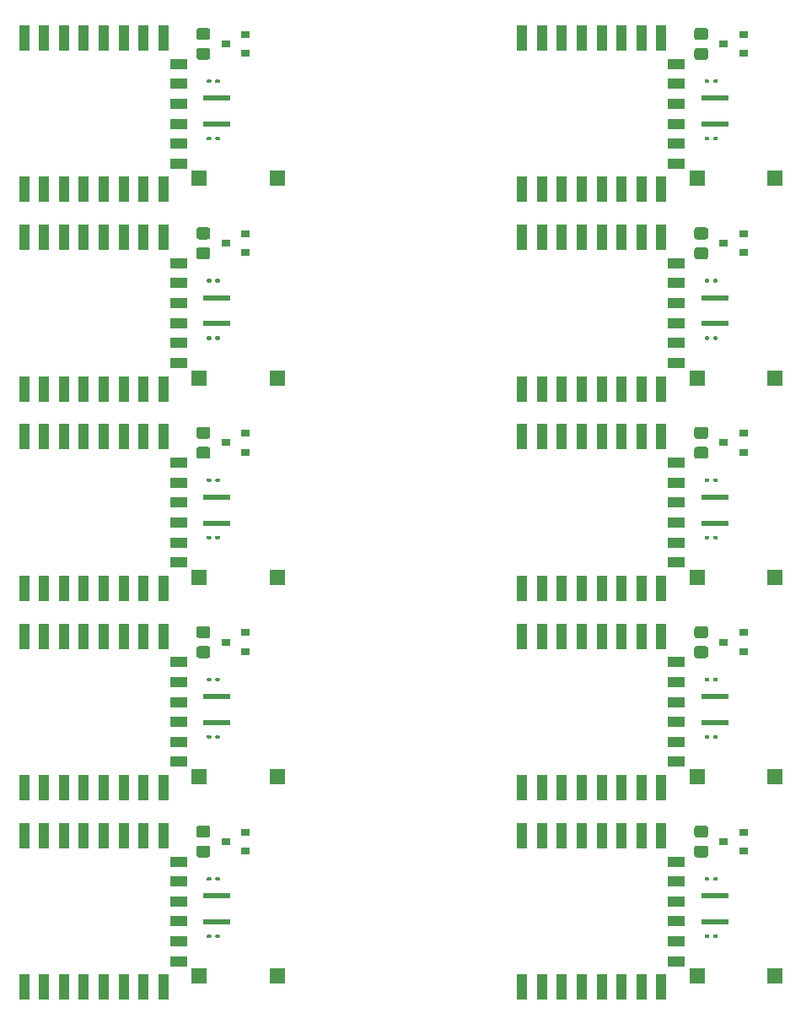
<source format=gbr>
%TF.GenerationSoftware,KiCad,Pcbnew,(5.1.9)-1*%
%TF.CreationDate,2021-09-18T19:38:26+02:00*%
%TF.ProjectId,IM350_AM550_5V_V4.0_multi,494d3335-305f-4414-9d35-35305f35565f,rev?*%
%TF.SameCoordinates,Original*%
%TF.FileFunction,Paste,Top*%
%TF.FilePolarity,Positive*%
%FSLAX46Y46*%
G04 Gerber Fmt 4.6, Leading zero omitted, Abs format (unit mm)*
G04 Created by KiCad (PCBNEW (5.1.9)-1) date 2021-09-18 19:38:26*
%MOMM*%
%LPD*%
G01*
G04 APERTURE LIST*
%ADD10R,0.900000X0.800000*%
%ADD11R,1.500000X1.500000*%
%ADD12R,1.000000X2.500000*%
%ADD13R,1.800000X1.000000*%
%ADD14R,2.800000X0.600000*%
G04 APERTURE END LIST*
D10*
%TO.C,Q1*%
X163000000Y-123250000D03*
X165000000Y-122300000D03*
X165000000Y-124200000D03*
%TD*%
%TO.C,R4*%
G36*
G01*
X111200001Y-124850000D02*
X110299999Y-124850000D01*
G75*
G02*
X110050000Y-124600001I0J249999D01*
G01*
X110050000Y-123899999D01*
G75*
G02*
X110299999Y-123650000I249999J0D01*
G01*
X111200001Y-123650000D01*
G75*
G02*
X111450000Y-123899999I0J-249999D01*
G01*
X111450000Y-124600001D01*
G75*
G02*
X111200001Y-124850000I-249999J0D01*
G01*
G37*
G36*
G01*
X111200001Y-122850000D02*
X110299999Y-122850000D01*
G75*
G02*
X110050000Y-122600001I0J249999D01*
G01*
X110050000Y-121899999D01*
G75*
G02*
X110299999Y-121650000I249999J0D01*
G01*
X111200001Y-121650000D01*
G75*
G02*
X111450000Y-121899999I0J-249999D01*
G01*
X111450000Y-122600001D01*
G75*
G02*
X111200001Y-122850000I-249999J0D01*
G01*
G37*
%TD*%
D11*
%TO.C,SW1*%
X118150000Y-136750000D03*
X110350000Y-136750000D03*
%TD*%
D12*
%TO.C,U2*%
X142750000Y-122650000D03*
X144750000Y-122650000D03*
X146750000Y-122650000D03*
X148750000Y-122650000D03*
X150750000Y-122650000D03*
X152750000Y-122650000D03*
X154750000Y-122650000D03*
X156750000Y-122650000D03*
D13*
X158250000Y-125250000D03*
X158250000Y-127250000D03*
X158250000Y-129250000D03*
X158250000Y-131250000D03*
X158250000Y-133250000D03*
X158250000Y-135250000D03*
D12*
X156750000Y-137850000D03*
X154750000Y-137850000D03*
X152750000Y-137850000D03*
X150750000Y-137850000D03*
X148750000Y-137850000D03*
X146750000Y-137850000D03*
X144750000Y-137850000D03*
X142750000Y-137850000D03*
%TD*%
D11*
%TO.C,SW1*%
X160350000Y-136750000D03*
X168150000Y-136750000D03*
%TD*%
%TO.C,P4*%
G36*
G01*
X161088500Y-132840000D02*
X161088500Y-132660000D01*
G75*
G02*
X161178500Y-132570000I90000J0D01*
G01*
X161456500Y-132570000D01*
G75*
G02*
X161546500Y-132660000I0J-90000D01*
G01*
X161546500Y-132840000D01*
G75*
G02*
X161456500Y-132930000I-90000J0D01*
G01*
X161178500Y-132930000D01*
G75*
G02*
X161088500Y-132840000I0J90000D01*
G01*
G37*
G36*
G01*
X161953500Y-132840000D02*
X161953500Y-132660000D01*
G75*
G02*
X162043500Y-132570000I90000J0D01*
G01*
X162321500Y-132570000D01*
G75*
G02*
X162411500Y-132660000I0J-90000D01*
G01*
X162411500Y-132840000D01*
G75*
G02*
X162321500Y-132930000I-90000J0D01*
G01*
X162043500Y-132930000D01*
G75*
G02*
X161953500Y-132840000I0J90000D01*
G01*
G37*
%TD*%
%TO.C,R4*%
G36*
G01*
X161200001Y-122850000D02*
X160299999Y-122850000D01*
G75*
G02*
X160050000Y-122600001I0J249999D01*
G01*
X160050000Y-121899999D01*
G75*
G02*
X160299999Y-121650000I249999J0D01*
G01*
X161200001Y-121650000D01*
G75*
G02*
X161450000Y-121899999I0J-249999D01*
G01*
X161450000Y-122600001D01*
G75*
G02*
X161200001Y-122850000I-249999J0D01*
G01*
G37*
G36*
G01*
X161200001Y-124850000D02*
X160299999Y-124850000D01*
G75*
G02*
X160050000Y-124600001I0J249999D01*
G01*
X160050000Y-123899999D01*
G75*
G02*
X160299999Y-123650000I249999J0D01*
G01*
X161200001Y-123650000D01*
G75*
G02*
X161450000Y-123899999I0J-249999D01*
G01*
X161450000Y-124600001D01*
G75*
G02*
X161200001Y-124850000I-249999J0D01*
G01*
G37*
%TD*%
D10*
%TO.C,Q1*%
X115000000Y-124200000D03*
X115000000Y-122300000D03*
X113000000Y-123250000D03*
%TD*%
D12*
%TO.C,U2*%
X92750000Y-137850000D03*
X94750000Y-137850000D03*
X96750000Y-137850000D03*
X98750000Y-137850000D03*
X100750000Y-137850000D03*
X102750000Y-137850000D03*
X104750000Y-137850000D03*
X106750000Y-137850000D03*
D13*
X108250000Y-135250000D03*
X108250000Y-133250000D03*
X108250000Y-131250000D03*
X108250000Y-129250000D03*
X108250000Y-127250000D03*
X108250000Y-125250000D03*
D12*
X106750000Y-122650000D03*
X104750000Y-122650000D03*
X102750000Y-122650000D03*
X100750000Y-122650000D03*
X98750000Y-122650000D03*
X96750000Y-122650000D03*
X94750000Y-122650000D03*
X92750000Y-122650000D03*
%TD*%
D14*
%TO.C,J1*%
X112100000Y-128700000D03*
X112100000Y-131300000D03*
%TD*%
%TO.C,P4*%
G36*
G01*
X111953500Y-132840000D02*
X111953500Y-132660000D01*
G75*
G02*
X112043500Y-132570000I90000J0D01*
G01*
X112321500Y-132570000D01*
G75*
G02*
X112411500Y-132660000I0J-90000D01*
G01*
X112411500Y-132840000D01*
G75*
G02*
X112321500Y-132930000I-90000J0D01*
G01*
X112043500Y-132930000D01*
G75*
G02*
X111953500Y-132840000I0J90000D01*
G01*
G37*
G36*
G01*
X111088500Y-132840000D02*
X111088500Y-132660000D01*
G75*
G02*
X111178500Y-132570000I90000J0D01*
G01*
X111456500Y-132570000D01*
G75*
G02*
X111546500Y-132660000I0J-90000D01*
G01*
X111546500Y-132840000D01*
G75*
G02*
X111456500Y-132930000I-90000J0D01*
G01*
X111178500Y-132930000D01*
G75*
G02*
X111088500Y-132840000I0J90000D01*
G01*
G37*
%TD*%
%TO.C,J1*%
X162100000Y-131300000D03*
X162100000Y-128700000D03*
%TD*%
%TO.C,P3*%
G36*
G01*
X161953500Y-127090000D02*
X161953500Y-126910000D01*
G75*
G02*
X162043500Y-126820000I90000J0D01*
G01*
X162321500Y-126820000D01*
G75*
G02*
X162411500Y-126910000I0J-90000D01*
G01*
X162411500Y-127090000D01*
G75*
G02*
X162321500Y-127180000I-90000J0D01*
G01*
X162043500Y-127180000D01*
G75*
G02*
X161953500Y-127090000I0J90000D01*
G01*
G37*
G36*
G01*
X161088500Y-127090000D02*
X161088500Y-126910000D01*
G75*
G02*
X161178500Y-126820000I90000J0D01*
G01*
X161456500Y-126820000D01*
G75*
G02*
X161546500Y-126910000I0J-90000D01*
G01*
X161546500Y-127090000D01*
G75*
G02*
X161456500Y-127180000I-90000J0D01*
G01*
X161178500Y-127180000D01*
G75*
G02*
X161088500Y-127090000I0J90000D01*
G01*
G37*
%TD*%
%TO.C,P3*%
G36*
G01*
X111088500Y-127090000D02*
X111088500Y-126910000D01*
G75*
G02*
X111178500Y-126820000I90000J0D01*
G01*
X111456500Y-126820000D01*
G75*
G02*
X111546500Y-126910000I0J-90000D01*
G01*
X111546500Y-127090000D01*
G75*
G02*
X111456500Y-127180000I-90000J0D01*
G01*
X111178500Y-127180000D01*
G75*
G02*
X111088500Y-127090000I0J90000D01*
G01*
G37*
G36*
G01*
X111953500Y-127090000D02*
X111953500Y-126910000D01*
G75*
G02*
X112043500Y-126820000I90000J0D01*
G01*
X112321500Y-126820000D01*
G75*
G02*
X112411500Y-126910000I0J-90000D01*
G01*
X112411500Y-127090000D01*
G75*
G02*
X112321500Y-127180000I-90000J0D01*
G01*
X112043500Y-127180000D01*
G75*
G02*
X111953500Y-127090000I0J90000D01*
G01*
G37*
%TD*%
%TO.C,P3*%
G36*
G01*
X111953500Y-107090000D02*
X111953500Y-106910000D01*
G75*
G02*
X112043500Y-106820000I90000J0D01*
G01*
X112321500Y-106820000D01*
G75*
G02*
X112411500Y-106910000I0J-90000D01*
G01*
X112411500Y-107090000D01*
G75*
G02*
X112321500Y-107180000I-90000J0D01*
G01*
X112043500Y-107180000D01*
G75*
G02*
X111953500Y-107090000I0J90000D01*
G01*
G37*
G36*
G01*
X111088500Y-107090000D02*
X111088500Y-106910000D01*
G75*
G02*
X111178500Y-106820000I90000J0D01*
G01*
X111456500Y-106820000D01*
G75*
G02*
X111546500Y-106910000I0J-90000D01*
G01*
X111546500Y-107090000D01*
G75*
G02*
X111456500Y-107180000I-90000J0D01*
G01*
X111178500Y-107180000D01*
G75*
G02*
X111088500Y-107090000I0J90000D01*
G01*
G37*
%TD*%
D12*
%TO.C,U2*%
X92750000Y-102650000D03*
X94750000Y-102650000D03*
X96750000Y-102650000D03*
X98750000Y-102650000D03*
X100750000Y-102650000D03*
X102750000Y-102650000D03*
X104750000Y-102650000D03*
X106750000Y-102650000D03*
D13*
X108250000Y-105250000D03*
X108250000Y-107250000D03*
X108250000Y-109250000D03*
X108250000Y-111250000D03*
X108250000Y-113250000D03*
X108250000Y-115250000D03*
D12*
X106750000Y-117850000D03*
X104750000Y-117850000D03*
X102750000Y-117850000D03*
X100750000Y-117850000D03*
X98750000Y-117850000D03*
X96750000Y-117850000D03*
X94750000Y-117850000D03*
X92750000Y-117850000D03*
%TD*%
%TO.C,P3*%
G36*
G01*
X161088500Y-107090000D02*
X161088500Y-106910000D01*
G75*
G02*
X161178500Y-106820000I90000J0D01*
G01*
X161456500Y-106820000D01*
G75*
G02*
X161546500Y-106910000I0J-90000D01*
G01*
X161546500Y-107090000D01*
G75*
G02*
X161456500Y-107180000I-90000J0D01*
G01*
X161178500Y-107180000D01*
G75*
G02*
X161088500Y-107090000I0J90000D01*
G01*
G37*
G36*
G01*
X161953500Y-107090000D02*
X161953500Y-106910000D01*
G75*
G02*
X162043500Y-106820000I90000J0D01*
G01*
X162321500Y-106820000D01*
G75*
G02*
X162411500Y-106910000I0J-90000D01*
G01*
X162411500Y-107090000D01*
G75*
G02*
X162321500Y-107180000I-90000J0D01*
G01*
X162043500Y-107180000D01*
G75*
G02*
X161953500Y-107090000I0J90000D01*
G01*
G37*
%TD*%
%TO.C,P4*%
G36*
G01*
X111088500Y-112840000D02*
X111088500Y-112660000D01*
G75*
G02*
X111178500Y-112570000I90000J0D01*
G01*
X111456500Y-112570000D01*
G75*
G02*
X111546500Y-112660000I0J-90000D01*
G01*
X111546500Y-112840000D01*
G75*
G02*
X111456500Y-112930000I-90000J0D01*
G01*
X111178500Y-112930000D01*
G75*
G02*
X111088500Y-112840000I0J90000D01*
G01*
G37*
G36*
G01*
X111953500Y-112840000D02*
X111953500Y-112660000D01*
G75*
G02*
X112043500Y-112570000I90000J0D01*
G01*
X112321500Y-112570000D01*
G75*
G02*
X112411500Y-112660000I0J-90000D01*
G01*
X112411500Y-112840000D01*
G75*
G02*
X112321500Y-112930000I-90000J0D01*
G01*
X112043500Y-112930000D01*
G75*
G02*
X111953500Y-112840000I0J90000D01*
G01*
G37*
%TD*%
D14*
%TO.C,J1*%
X162100000Y-108700000D03*
X162100000Y-111300000D03*
%TD*%
D10*
%TO.C,Q1*%
X113000000Y-103250000D03*
X115000000Y-102300000D03*
X115000000Y-104200000D03*
%TD*%
D14*
%TO.C,J1*%
X112100000Y-111300000D03*
X112100000Y-108700000D03*
%TD*%
D11*
%TO.C,SW1*%
X110350000Y-116750000D03*
X118150000Y-116750000D03*
%TD*%
%TO.C,R4*%
G36*
G01*
X111200001Y-102850000D02*
X110299999Y-102850000D01*
G75*
G02*
X110050000Y-102600001I0J249999D01*
G01*
X110050000Y-101899999D01*
G75*
G02*
X110299999Y-101650000I249999J0D01*
G01*
X111200001Y-101650000D01*
G75*
G02*
X111450000Y-101899999I0J-249999D01*
G01*
X111450000Y-102600001D01*
G75*
G02*
X111200001Y-102850000I-249999J0D01*
G01*
G37*
G36*
G01*
X111200001Y-104850000D02*
X110299999Y-104850000D01*
G75*
G02*
X110050000Y-104600001I0J249999D01*
G01*
X110050000Y-103899999D01*
G75*
G02*
X110299999Y-103650000I249999J0D01*
G01*
X111200001Y-103650000D01*
G75*
G02*
X111450000Y-103899999I0J-249999D01*
G01*
X111450000Y-104600001D01*
G75*
G02*
X111200001Y-104850000I-249999J0D01*
G01*
G37*
%TD*%
D12*
%TO.C,U2*%
X142750000Y-117850000D03*
X144750000Y-117850000D03*
X146750000Y-117850000D03*
X148750000Y-117850000D03*
X150750000Y-117850000D03*
X152750000Y-117850000D03*
X154750000Y-117850000D03*
X156750000Y-117850000D03*
D13*
X158250000Y-115250000D03*
X158250000Y-113250000D03*
X158250000Y-111250000D03*
X158250000Y-109250000D03*
X158250000Y-107250000D03*
X158250000Y-105250000D03*
D12*
X156750000Y-102650000D03*
X154750000Y-102650000D03*
X152750000Y-102650000D03*
X150750000Y-102650000D03*
X148750000Y-102650000D03*
X146750000Y-102650000D03*
X144750000Y-102650000D03*
X142750000Y-102650000D03*
%TD*%
%TO.C,P4*%
G36*
G01*
X161953500Y-112840000D02*
X161953500Y-112660000D01*
G75*
G02*
X162043500Y-112570000I90000J0D01*
G01*
X162321500Y-112570000D01*
G75*
G02*
X162411500Y-112660000I0J-90000D01*
G01*
X162411500Y-112840000D01*
G75*
G02*
X162321500Y-112930000I-90000J0D01*
G01*
X162043500Y-112930000D01*
G75*
G02*
X161953500Y-112840000I0J90000D01*
G01*
G37*
G36*
G01*
X161088500Y-112840000D02*
X161088500Y-112660000D01*
G75*
G02*
X161178500Y-112570000I90000J0D01*
G01*
X161456500Y-112570000D01*
G75*
G02*
X161546500Y-112660000I0J-90000D01*
G01*
X161546500Y-112840000D01*
G75*
G02*
X161456500Y-112930000I-90000J0D01*
G01*
X161178500Y-112930000D01*
G75*
G02*
X161088500Y-112840000I0J90000D01*
G01*
G37*
%TD*%
D11*
%TO.C,SW1*%
X168150000Y-116750000D03*
X160350000Y-116750000D03*
%TD*%
D10*
%TO.C,Q1*%
X165000000Y-104200000D03*
X165000000Y-102300000D03*
X163000000Y-103250000D03*
%TD*%
%TO.C,R4*%
G36*
G01*
X161200001Y-104850000D02*
X160299999Y-104850000D01*
G75*
G02*
X160050000Y-104600001I0J249999D01*
G01*
X160050000Y-103899999D01*
G75*
G02*
X160299999Y-103650000I249999J0D01*
G01*
X161200001Y-103650000D01*
G75*
G02*
X161450000Y-103899999I0J-249999D01*
G01*
X161450000Y-104600001D01*
G75*
G02*
X161200001Y-104850000I-249999J0D01*
G01*
G37*
G36*
G01*
X161200001Y-102850000D02*
X160299999Y-102850000D01*
G75*
G02*
X160050000Y-102600001I0J249999D01*
G01*
X160050000Y-101899999D01*
G75*
G02*
X160299999Y-101650000I249999J0D01*
G01*
X161200001Y-101650000D01*
G75*
G02*
X161450000Y-101899999I0J-249999D01*
G01*
X161450000Y-102600001D01*
G75*
G02*
X161200001Y-102850000I-249999J0D01*
G01*
G37*
%TD*%
D12*
%TO.C,U2*%
X92750000Y-97850000D03*
X94750000Y-97850000D03*
X96750000Y-97850000D03*
X98750000Y-97850000D03*
X100750000Y-97850000D03*
X102750000Y-97850000D03*
X104750000Y-97850000D03*
X106750000Y-97850000D03*
D13*
X108250000Y-95250000D03*
X108250000Y-93250000D03*
X108250000Y-91250000D03*
X108250000Y-89250000D03*
X108250000Y-87250000D03*
X108250000Y-85250000D03*
D12*
X106750000Y-82650000D03*
X104750000Y-82650000D03*
X102750000Y-82650000D03*
X100750000Y-82650000D03*
X98750000Y-82650000D03*
X96750000Y-82650000D03*
X94750000Y-82650000D03*
X92750000Y-82650000D03*
%TD*%
%TO.C,P3*%
G36*
G01*
X111088500Y-87090000D02*
X111088500Y-86910000D01*
G75*
G02*
X111178500Y-86820000I90000J0D01*
G01*
X111456500Y-86820000D01*
G75*
G02*
X111546500Y-86910000I0J-90000D01*
G01*
X111546500Y-87090000D01*
G75*
G02*
X111456500Y-87180000I-90000J0D01*
G01*
X111178500Y-87180000D01*
G75*
G02*
X111088500Y-87090000I0J90000D01*
G01*
G37*
G36*
G01*
X111953500Y-87090000D02*
X111953500Y-86910000D01*
G75*
G02*
X112043500Y-86820000I90000J0D01*
G01*
X112321500Y-86820000D01*
G75*
G02*
X112411500Y-86910000I0J-90000D01*
G01*
X112411500Y-87090000D01*
G75*
G02*
X112321500Y-87180000I-90000J0D01*
G01*
X112043500Y-87180000D01*
G75*
G02*
X111953500Y-87090000I0J90000D01*
G01*
G37*
%TD*%
D10*
%TO.C,Q1*%
X115000000Y-84200000D03*
X115000000Y-82300000D03*
X113000000Y-83250000D03*
%TD*%
%TO.C,R4*%
G36*
G01*
X111200001Y-84850000D02*
X110299999Y-84850000D01*
G75*
G02*
X110050000Y-84600001I0J249999D01*
G01*
X110050000Y-83899999D01*
G75*
G02*
X110299999Y-83650000I249999J0D01*
G01*
X111200001Y-83650000D01*
G75*
G02*
X111450000Y-83899999I0J-249999D01*
G01*
X111450000Y-84600001D01*
G75*
G02*
X111200001Y-84850000I-249999J0D01*
G01*
G37*
G36*
G01*
X111200001Y-82850000D02*
X110299999Y-82850000D01*
G75*
G02*
X110050000Y-82600001I0J249999D01*
G01*
X110050000Y-81899999D01*
G75*
G02*
X110299999Y-81650000I249999J0D01*
G01*
X111200001Y-81650000D01*
G75*
G02*
X111450000Y-81899999I0J-249999D01*
G01*
X111450000Y-82600001D01*
G75*
G02*
X111200001Y-82850000I-249999J0D01*
G01*
G37*
%TD*%
%TO.C,P4*%
G36*
G01*
X111953500Y-92840000D02*
X111953500Y-92660000D01*
G75*
G02*
X112043500Y-92570000I90000J0D01*
G01*
X112321500Y-92570000D01*
G75*
G02*
X112411500Y-92660000I0J-90000D01*
G01*
X112411500Y-92840000D01*
G75*
G02*
X112321500Y-92930000I-90000J0D01*
G01*
X112043500Y-92930000D01*
G75*
G02*
X111953500Y-92840000I0J90000D01*
G01*
G37*
G36*
G01*
X111088500Y-92840000D02*
X111088500Y-92660000D01*
G75*
G02*
X111178500Y-92570000I90000J0D01*
G01*
X111456500Y-92570000D01*
G75*
G02*
X111546500Y-92660000I0J-90000D01*
G01*
X111546500Y-92840000D01*
G75*
G02*
X111456500Y-92930000I-90000J0D01*
G01*
X111178500Y-92930000D01*
G75*
G02*
X111088500Y-92840000I0J90000D01*
G01*
G37*
%TD*%
D14*
%TO.C,J1*%
X162100000Y-91300000D03*
X162100000Y-88700000D03*
%TD*%
%TO.C,J1*%
X112100000Y-88700000D03*
X112100000Y-91300000D03*
%TD*%
%TO.C,P3*%
G36*
G01*
X161953500Y-87090000D02*
X161953500Y-86910000D01*
G75*
G02*
X162043500Y-86820000I90000J0D01*
G01*
X162321500Y-86820000D01*
G75*
G02*
X162411500Y-86910000I0J-90000D01*
G01*
X162411500Y-87090000D01*
G75*
G02*
X162321500Y-87180000I-90000J0D01*
G01*
X162043500Y-87180000D01*
G75*
G02*
X161953500Y-87090000I0J90000D01*
G01*
G37*
G36*
G01*
X161088500Y-87090000D02*
X161088500Y-86910000D01*
G75*
G02*
X161178500Y-86820000I90000J0D01*
G01*
X161456500Y-86820000D01*
G75*
G02*
X161546500Y-86910000I0J-90000D01*
G01*
X161546500Y-87090000D01*
G75*
G02*
X161456500Y-87180000I-90000J0D01*
G01*
X161178500Y-87180000D01*
G75*
G02*
X161088500Y-87090000I0J90000D01*
G01*
G37*
%TD*%
D11*
%TO.C,SW1*%
X118150000Y-96750000D03*
X110350000Y-96750000D03*
%TD*%
D12*
%TO.C,U2*%
X142750000Y-82650000D03*
X144750000Y-82650000D03*
X146750000Y-82650000D03*
X148750000Y-82650000D03*
X150750000Y-82650000D03*
X152750000Y-82650000D03*
X154750000Y-82650000D03*
X156750000Y-82650000D03*
D13*
X158250000Y-85250000D03*
X158250000Y-87250000D03*
X158250000Y-89250000D03*
X158250000Y-91250000D03*
X158250000Y-93250000D03*
X158250000Y-95250000D03*
D12*
X156750000Y-97850000D03*
X154750000Y-97850000D03*
X152750000Y-97850000D03*
X150750000Y-97850000D03*
X148750000Y-97850000D03*
X146750000Y-97850000D03*
X144750000Y-97850000D03*
X142750000Y-97850000D03*
%TD*%
%TO.C,P4*%
G36*
G01*
X161088500Y-92840000D02*
X161088500Y-92660000D01*
G75*
G02*
X161178500Y-92570000I90000J0D01*
G01*
X161456500Y-92570000D01*
G75*
G02*
X161546500Y-92660000I0J-90000D01*
G01*
X161546500Y-92840000D01*
G75*
G02*
X161456500Y-92930000I-90000J0D01*
G01*
X161178500Y-92930000D01*
G75*
G02*
X161088500Y-92840000I0J90000D01*
G01*
G37*
G36*
G01*
X161953500Y-92840000D02*
X161953500Y-92660000D01*
G75*
G02*
X162043500Y-92570000I90000J0D01*
G01*
X162321500Y-92570000D01*
G75*
G02*
X162411500Y-92660000I0J-90000D01*
G01*
X162411500Y-92840000D01*
G75*
G02*
X162321500Y-92930000I-90000J0D01*
G01*
X162043500Y-92930000D01*
G75*
G02*
X161953500Y-92840000I0J90000D01*
G01*
G37*
%TD*%
D11*
%TO.C,SW1*%
X160350000Y-96750000D03*
X168150000Y-96750000D03*
%TD*%
D10*
%TO.C,Q1*%
X163000000Y-83250000D03*
X165000000Y-82300000D03*
X165000000Y-84200000D03*
%TD*%
%TO.C,R4*%
G36*
G01*
X161200001Y-82850000D02*
X160299999Y-82850000D01*
G75*
G02*
X160050000Y-82600001I0J249999D01*
G01*
X160050000Y-81899999D01*
G75*
G02*
X160299999Y-81650000I249999J0D01*
G01*
X161200001Y-81650000D01*
G75*
G02*
X161450000Y-81899999I0J-249999D01*
G01*
X161450000Y-82600001D01*
G75*
G02*
X161200001Y-82850000I-249999J0D01*
G01*
G37*
G36*
G01*
X161200001Y-84850000D02*
X160299999Y-84850000D01*
G75*
G02*
X160050000Y-84600001I0J249999D01*
G01*
X160050000Y-83899999D01*
G75*
G02*
X160299999Y-83650000I249999J0D01*
G01*
X161200001Y-83650000D01*
G75*
G02*
X161450000Y-83899999I0J-249999D01*
G01*
X161450000Y-84600001D01*
G75*
G02*
X161200001Y-84850000I-249999J0D01*
G01*
G37*
%TD*%
%TO.C,P3*%
G36*
G01*
X111953500Y-67090000D02*
X111953500Y-66910000D01*
G75*
G02*
X112043500Y-66820000I90000J0D01*
G01*
X112321500Y-66820000D01*
G75*
G02*
X112411500Y-66910000I0J-90000D01*
G01*
X112411500Y-67090000D01*
G75*
G02*
X112321500Y-67180000I-90000J0D01*
G01*
X112043500Y-67180000D01*
G75*
G02*
X111953500Y-67090000I0J90000D01*
G01*
G37*
G36*
G01*
X111088500Y-67090000D02*
X111088500Y-66910000D01*
G75*
G02*
X111178500Y-66820000I90000J0D01*
G01*
X111456500Y-66820000D01*
G75*
G02*
X111546500Y-66910000I0J-90000D01*
G01*
X111546500Y-67090000D01*
G75*
G02*
X111456500Y-67180000I-90000J0D01*
G01*
X111178500Y-67180000D01*
G75*
G02*
X111088500Y-67090000I0J90000D01*
G01*
G37*
%TD*%
D14*
%TO.C,J1*%
X112100000Y-71300000D03*
X112100000Y-68700000D03*
%TD*%
%TO.C,R4*%
G36*
G01*
X111200001Y-62850000D02*
X110299999Y-62850000D01*
G75*
G02*
X110050000Y-62600001I0J249999D01*
G01*
X110050000Y-61899999D01*
G75*
G02*
X110299999Y-61650000I249999J0D01*
G01*
X111200001Y-61650000D01*
G75*
G02*
X111450000Y-61899999I0J-249999D01*
G01*
X111450000Y-62600001D01*
G75*
G02*
X111200001Y-62850000I-249999J0D01*
G01*
G37*
G36*
G01*
X111200001Y-64850000D02*
X110299999Y-64850000D01*
G75*
G02*
X110050000Y-64600001I0J249999D01*
G01*
X110050000Y-63899999D01*
G75*
G02*
X110299999Y-63650000I249999J0D01*
G01*
X111200001Y-63650000D01*
G75*
G02*
X111450000Y-63899999I0J-249999D01*
G01*
X111450000Y-64600001D01*
G75*
G02*
X111200001Y-64850000I-249999J0D01*
G01*
G37*
%TD*%
D11*
%TO.C,SW1*%
X110350000Y-76750000D03*
X118150000Y-76750000D03*
%TD*%
D12*
%TO.C,U2*%
X92750000Y-62650000D03*
X94750000Y-62650000D03*
X96750000Y-62650000D03*
X98750000Y-62650000D03*
X100750000Y-62650000D03*
X102750000Y-62650000D03*
X104750000Y-62650000D03*
X106750000Y-62650000D03*
D13*
X108250000Y-65250000D03*
X108250000Y-67250000D03*
X108250000Y-69250000D03*
X108250000Y-71250000D03*
X108250000Y-73250000D03*
X108250000Y-75250000D03*
D12*
X106750000Y-77850000D03*
X104750000Y-77850000D03*
X102750000Y-77850000D03*
X100750000Y-77850000D03*
X98750000Y-77850000D03*
X96750000Y-77850000D03*
X94750000Y-77850000D03*
X92750000Y-77850000D03*
%TD*%
%TO.C,P4*%
G36*
G01*
X111088500Y-72840000D02*
X111088500Y-72660000D01*
G75*
G02*
X111178500Y-72570000I90000J0D01*
G01*
X111456500Y-72570000D01*
G75*
G02*
X111546500Y-72660000I0J-90000D01*
G01*
X111546500Y-72840000D01*
G75*
G02*
X111456500Y-72930000I-90000J0D01*
G01*
X111178500Y-72930000D01*
G75*
G02*
X111088500Y-72840000I0J90000D01*
G01*
G37*
G36*
G01*
X111953500Y-72840000D02*
X111953500Y-72660000D01*
G75*
G02*
X112043500Y-72570000I90000J0D01*
G01*
X112321500Y-72570000D01*
G75*
G02*
X112411500Y-72660000I0J-90000D01*
G01*
X112411500Y-72840000D01*
G75*
G02*
X112321500Y-72930000I-90000J0D01*
G01*
X112043500Y-72930000D01*
G75*
G02*
X111953500Y-72840000I0J90000D01*
G01*
G37*
%TD*%
D10*
%TO.C,Q1*%
X113000000Y-63250000D03*
X115000000Y-62300000D03*
X115000000Y-64200000D03*
%TD*%
%TO.C,P3*%
G36*
G01*
X161088500Y-67090000D02*
X161088500Y-66910000D01*
G75*
G02*
X161178500Y-66820000I90000J0D01*
G01*
X161456500Y-66820000D01*
G75*
G02*
X161546500Y-66910000I0J-90000D01*
G01*
X161546500Y-67090000D01*
G75*
G02*
X161456500Y-67180000I-90000J0D01*
G01*
X161178500Y-67180000D01*
G75*
G02*
X161088500Y-67090000I0J90000D01*
G01*
G37*
G36*
G01*
X161953500Y-67090000D02*
X161953500Y-66910000D01*
G75*
G02*
X162043500Y-66820000I90000J0D01*
G01*
X162321500Y-66820000D01*
G75*
G02*
X162411500Y-66910000I0J-90000D01*
G01*
X162411500Y-67090000D01*
G75*
G02*
X162321500Y-67180000I-90000J0D01*
G01*
X162043500Y-67180000D01*
G75*
G02*
X161953500Y-67090000I0J90000D01*
G01*
G37*
%TD*%
D14*
%TO.C,J1*%
X162100000Y-68700000D03*
X162100000Y-71300000D03*
%TD*%
%TO.C,P4*%
G36*
G01*
X161953500Y-72840000D02*
X161953500Y-72660000D01*
G75*
G02*
X162043500Y-72570000I90000J0D01*
G01*
X162321500Y-72570000D01*
G75*
G02*
X162411500Y-72660000I0J-90000D01*
G01*
X162411500Y-72840000D01*
G75*
G02*
X162321500Y-72930000I-90000J0D01*
G01*
X162043500Y-72930000D01*
G75*
G02*
X161953500Y-72840000I0J90000D01*
G01*
G37*
G36*
G01*
X161088500Y-72840000D02*
X161088500Y-72660000D01*
G75*
G02*
X161178500Y-72570000I90000J0D01*
G01*
X161456500Y-72570000D01*
G75*
G02*
X161546500Y-72660000I0J-90000D01*
G01*
X161546500Y-72840000D01*
G75*
G02*
X161456500Y-72930000I-90000J0D01*
G01*
X161178500Y-72930000D01*
G75*
G02*
X161088500Y-72840000I0J90000D01*
G01*
G37*
%TD*%
%TO.C,R4*%
G36*
G01*
X161200001Y-64850000D02*
X160299999Y-64850000D01*
G75*
G02*
X160050000Y-64600001I0J249999D01*
G01*
X160050000Y-63899999D01*
G75*
G02*
X160299999Y-63650000I249999J0D01*
G01*
X161200001Y-63650000D01*
G75*
G02*
X161450000Y-63899999I0J-249999D01*
G01*
X161450000Y-64600001D01*
G75*
G02*
X161200001Y-64850000I-249999J0D01*
G01*
G37*
G36*
G01*
X161200001Y-62850000D02*
X160299999Y-62850000D01*
G75*
G02*
X160050000Y-62600001I0J249999D01*
G01*
X160050000Y-61899999D01*
G75*
G02*
X160299999Y-61650000I249999J0D01*
G01*
X161200001Y-61650000D01*
G75*
G02*
X161450000Y-61899999I0J-249999D01*
G01*
X161450000Y-62600001D01*
G75*
G02*
X161200001Y-62850000I-249999J0D01*
G01*
G37*
%TD*%
D11*
%TO.C,SW1*%
X168150000Y-76750000D03*
X160350000Y-76750000D03*
%TD*%
D12*
%TO.C,U2*%
X142750000Y-77850000D03*
X144750000Y-77850000D03*
X146750000Y-77850000D03*
X148750000Y-77850000D03*
X150750000Y-77850000D03*
X152750000Y-77850000D03*
X154750000Y-77850000D03*
X156750000Y-77850000D03*
D13*
X158250000Y-75250000D03*
X158250000Y-73250000D03*
X158250000Y-71250000D03*
X158250000Y-69250000D03*
X158250000Y-67250000D03*
X158250000Y-65250000D03*
D12*
X156750000Y-62650000D03*
X154750000Y-62650000D03*
X152750000Y-62650000D03*
X150750000Y-62650000D03*
X148750000Y-62650000D03*
X146750000Y-62650000D03*
X144750000Y-62650000D03*
X142750000Y-62650000D03*
%TD*%
D10*
%TO.C,Q1*%
X165000000Y-64200000D03*
X165000000Y-62300000D03*
X163000000Y-63250000D03*
%TD*%
%TO.C,P3*%
G36*
G01*
X161953500Y-47090000D02*
X161953500Y-46910000D01*
G75*
G02*
X162043500Y-46820000I90000J0D01*
G01*
X162321500Y-46820000D01*
G75*
G02*
X162411500Y-46910000I0J-90000D01*
G01*
X162411500Y-47090000D01*
G75*
G02*
X162321500Y-47180000I-90000J0D01*
G01*
X162043500Y-47180000D01*
G75*
G02*
X161953500Y-47090000I0J90000D01*
G01*
G37*
G36*
G01*
X161088500Y-47090000D02*
X161088500Y-46910000D01*
G75*
G02*
X161178500Y-46820000I90000J0D01*
G01*
X161456500Y-46820000D01*
G75*
G02*
X161546500Y-46910000I0J-90000D01*
G01*
X161546500Y-47090000D01*
G75*
G02*
X161456500Y-47180000I-90000J0D01*
G01*
X161178500Y-47180000D01*
G75*
G02*
X161088500Y-47090000I0J90000D01*
G01*
G37*
%TD*%
D14*
%TO.C,J1*%
X162100000Y-51300000D03*
X162100000Y-48700000D03*
%TD*%
%TO.C,R4*%
G36*
G01*
X161200001Y-42850000D02*
X160299999Y-42850000D01*
G75*
G02*
X160050000Y-42600001I0J249999D01*
G01*
X160050000Y-41899999D01*
G75*
G02*
X160299999Y-41650000I249999J0D01*
G01*
X161200001Y-41650000D01*
G75*
G02*
X161450000Y-41899999I0J-249999D01*
G01*
X161450000Y-42600001D01*
G75*
G02*
X161200001Y-42850000I-249999J0D01*
G01*
G37*
G36*
G01*
X161200001Y-44850000D02*
X160299999Y-44850000D01*
G75*
G02*
X160050000Y-44600001I0J249999D01*
G01*
X160050000Y-43899999D01*
G75*
G02*
X160299999Y-43650000I249999J0D01*
G01*
X161200001Y-43650000D01*
G75*
G02*
X161450000Y-43899999I0J-249999D01*
G01*
X161450000Y-44600001D01*
G75*
G02*
X161200001Y-44850000I-249999J0D01*
G01*
G37*
%TD*%
D11*
%TO.C,SW1*%
X160350000Y-56750000D03*
X168150000Y-56750000D03*
%TD*%
D12*
%TO.C,U2*%
X142750000Y-42650000D03*
X144750000Y-42650000D03*
X146750000Y-42650000D03*
X148750000Y-42650000D03*
X150750000Y-42650000D03*
X152750000Y-42650000D03*
X154750000Y-42650000D03*
X156750000Y-42650000D03*
D13*
X158250000Y-45250000D03*
X158250000Y-47250000D03*
X158250000Y-49250000D03*
X158250000Y-51250000D03*
X158250000Y-53250000D03*
X158250000Y-55250000D03*
D12*
X156750000Y-57850000D03*
X154750000Y-57850000D03*
X152750000Y-57850000D03*
X150750000Y-57850000D03*
X148750000Y-57850000D03*
X146750000Y-57850000D03*
X144750000Y-57850000D03*
X142750000Y-57850000D03*
%TD*%
%TO.C,P4*%
G36*
G01*
X161088500Y-52840000D02*
X161088500Y-52660000D01*
G75*
G02*
X161178500Y-52570000I90000J0D01*
G01*
X161456500Y-52570000D01*
G75*
G02*
X161546500Y-52660000I0J-90000D01*
G01*
X161546500Y-52840000D01*
G75*
G02*
X161456500Y-52930000I-90000J0D01*
G01*
X161178500Y-52930000D01*
G75*
G02*
X161088500Y-52840000I0J90000D01*
G01*
G37*
G36*
G01*
X161953500Y-52840000D02*
X161953500Y-52660000D01*
G75*
G02*
X162043500Y-52570000I90000J0D01*
G01*
X162321500Y-52570000D01*
G75*
G02*
X162411500Y-52660000I0J-90000D01*
G01*
X162411500Y-52840000D01*
G75*
G02*
X162321500Y-52930000I-90000J0D01*
G01*
X162043500Y-52930000D01*
G75*
G02*
X161953500Y-52840000I0J90000D01*
G01*
G37*
%TD*%
D10*
%TO.C,Q1*%
X163000000Y-43250000D03*
X165000000Y-42300000D03*
X165000000Y-44200000D03*
%TD*%
D11*
%TO.C,SW1*%
X118150000Y-56750000D03*
X110350000Y-56750000D03*
%TD*%
D14*
%TO.C,J1*%
X112100000Y-48700000D03*
X112100000Y-51300000D03*
%TD*%
D10*
%TO.C,Q1*%
X115000000Y-44200000D03*
X115000000Y-42300000D03*
X113000000Y-43250000D03*
%TD*%
%TO.C,P3*%
G36*
G01*
X111088500Y-47090000D02*
X111088500Y-46910000D01*
G75*
G02*
X111178500Y-46820000I90000J0D01*
G01*
X111456500Y-46820000D01*
G75*
G02*
X111546500Y-46910000I0J-90000D01*
G01*
X111546500Y-47090000D01*
G75*
G02*
X111456500Y-47180000I-90000J0D01*
G01*
X111178500Y-47180000D01*
G75*
G02*
X111088500Y-47090000I0J90000D01*
G01*
G37*
G36*
G01*
X111953500Y-47090000D02*
X111953500Y-46910000D01*
G75*
G02*
X112043500Y-46820000I90000J0D01*
G01*
X112321500Y-46820000D01*
G75*
G02*
X112411500Y-46910000I0J-90000D01*
G01*
X112411500Y-47090000D01*
G75*
G02*
X112321500Y-47180000I-90000J0D01*
G01*
X112043500Y-47180000D01*
G75*
G02*
X111953500Y-47090000I0J90000D01*
G01*
G37*
%TD*%
%TO.C,P4*%
G36*
G01*
X111953500Y-52840000D02*
X111953500Y-52660000D01*
G75*
G02*
X112043500Y-52570000I90000J0D01*
G01*
X112321500Y-52570000D01*
G75*
G02*
X112411500Y-52660000I0J-90000D01*
G01*
X112411500Y-52840000D01*
G75*
G02*
X112321500Y-52930000I-90000J0D01*
G01*
X112043500Y-52930000D01*
G75*
G02*
X111953500Y-52840000I0J90000D01*
G01*
G37*
G36*
G01*
X111088500Y-52840000D02*
X111088500Y-52660000D01*
G75*
G02*
X111178500Y-52570000I90000J0D01*
G01*
X111456500Y-52570000D01*
G75*
G02*
X111546500Y-52660000I0J-90000D01*
G01*
X111546500Y-52840000D01*
G75*
G02*
X111456500Y-52930000I-90000J0D01*
G01*
X111178500Y-52930000D01*
G75*
G02*
X111088500Y-52840000I0J90000D01*
G01*
G37*
%TD*%
%TO.C,R4*%
G36*
G01*
X111200001Y-44850000D02*
X110299999Y-44850000D01*
G75*
G02*
X110050000Y-44600001I0J249999D01*
G01*
X110050000Y-43899999D01*
G75*
G02*
X110299999Y-43650000I249999J0D01*
G01*
X111200001Y-43650000D01*
G75*
G02*
X111450000Y-43899999I0J-249999D01*
G01*
X111450000Y-44600001D01*
G75*
G02*
X111200001Y-44850000I-249999J0D01*
G01*
G37*
G36*
G01*
X111200001Y-42850000D02*
X110299999Y-42850000D01*
G75*
G02*
X110050000Y-42600001I0J249999D01*
G01*
X110050000Y-41899999D01*
G75*
G02*
X110299999Y-41650000I249999J0D01*
G01*
X111200001Y-41650000D01*
G75*
G02*
X111450000Y-41899999I0J-249999D01*
G01*
X111450000Y-42600001D01*
G75*
G02*
X111200001Y-42850000I-249999J0D01*
G01*
G37*
%TD*%
D12*
%TO.C,U2*%
X92750000Y-57850000D03*
X94750000Y-57850000D03*
X96750000Y-57850000D03*
X98750000Y-57850000D03*
X100750000Y-57850000D03*
X102750000Y-57850000D03*
X104750000Y-57850000D03*
X106750000Y-57850000D03*
D13*
X108250000Y-55250000D03*
X108250000Y-53250000D03*
X108250000Y-51250000D03*
X108250000Y-49250000D03*
X108250000Y-47250000D03*
X108250000Y-45250000D03*
D12*
X106750000Y-42650000D03*
X104750000Y-42650000D03*
X102750000Y-42650000D03*
X100750000Y-42650000D03*
X98750000Y-42650000D03*
X96750000Y-42650000D03*
X94750000Y-42650000D03*
X92750000Y-42650000D03*
%TD*%
M02*

</source>
